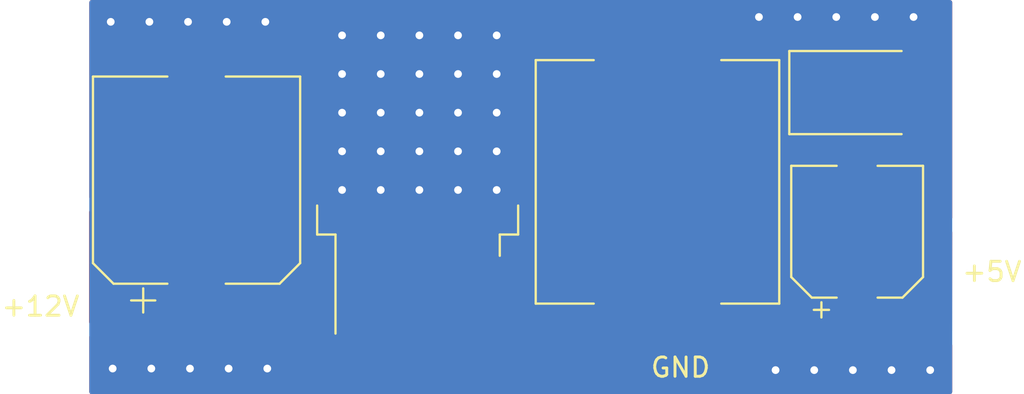
<source format=kicad_pcb>
(kicad_pcb (version 20221018) (generator pcbnew)
  (layers (0 "F.Cu" signal) (31 "B.Cu" signal) (34 "B.Paste" user) (35 "F.Paste" user) (36 "B.SilkS" user "B.Silkscreen") (37 "F.SilkS" user "F.Silkscreen") (38 "B.Mask" user) (39 "F.Mask" user) (44 "Edge.Cuts" user))
  (net 0 "")
  (net 1 "/Out_pwr_indutor")
  (net 2 "+5V")
  (net 3 "+12V")
  (net 4 "GND")
  (footprint "Capacitor_SMD:CP_Elec_10x10.5" (layer "F.Cu") (at 97.81 59.44 90)
    (property "Reference" "C7")
    (property "Value" "680uF")
    (fp_text reference "IN_buck_C1" hide)
    (fp_text value "680uF")
    (fp_line (start -6.85 -2.76) (end -5.6 -2.76) (stroke (width 0.12)) (layer "F.SilkS"))
    (fp_line (start -6.225 -3.385) (end -6.225 -2.135) (stroke (width 0.12)) (layer "F.SilkS"))
    (fp_line (start -5.36 -4.295563) (end -5.36 -1.51) (stroke (width 0.12)) (layer "F.SilkS"))
    (fp_line (start -5.36 -4.295563) (end -4.295563 -5.36) (stroke (width 0.12)) (layer "F.SilkS"))
    (fp_line (start -5.36 4.295563) (end -5.36 1.51) (stroke (width 0.12)) (layer "F.SilkS"))
    (fp_line (start -5.36 4.295563) (end -4.295563 5.36) (stroke (width 0.12)) (layer "F.SilkS"))
    (fp_line (start -4.295563 -5.36) (end 5.36 -5.36) (stroke (width 0.12)) (layer "F.SilkS"))
    (fp_line (start -4.295563 5.36) (end 5.36 5.36) (stroke (width 0.12)) (layer "F.SilkS"))
    (fp_line (start 5.36 -5.36) (end 5.36 -1.51) (stroke (width 0.12)) (layer "F.SilkS"))
    (fp_line (start 5.36 5.36) (end 5.36 1.51) (stroke (width 0.12)) (layer "F.SilkS"))
    (pad "1" smd roundrect (at -4.2 0 90) (size 4.4 2.5) (layers "F.Cu" "F.Paste" "F.Mask") (roundrect_rratio 0.1) (net 3 "+12V"))
    (pad "2" smd roundrect (at 4.2 0 90) (size 4.4 2.5) (layers "F.Cu" "F.Paste" "F.Mask") (roundrect_rratio 0.1) (net 4 "GND"))
  )
  (footprint "Package_TO_SOT_SMD:TO-263-5_TabPin3" (layer "F.Cu") (at 109.25 57.43 90)
    (fp_text reference "Buck_U1" hide)
    (fp_text value "LM2596S-5")
    (fp_line (start -4.825 -5.2) (end -4.825 -4.25) (stroke (width 0.12)) (layer "F.SilkS"))
    (fp_line (start -4.825 -4.25) (end -9.95 -4.25) (stroke (width 0.12)) (layer "F.SilkS"))
    (fp_line (start -4.825 4.25) (end -5.925 4.25) (stroke (width 0.12)) (layer "F.SilkS"))
    (fp_line (start -4.825 5.2) (end -4.825 4.25) (stroke (width 0.12)) (layer "F.SilkS"))
    (fp_line (start -3.325 -5.2) (end -4.825 -5.2) (stroke (width 0.12)) (layer "F.SilkS"))
    (fp_line (start -3.325 5.2) (end -4.825 5.2) (stroke (width 0.12)) (layer "F.SilkS"))
    (pad "1" smd roundrect (at -7.65 -3.4 90) (size 4.6 1.1) (layers "F.Cu" "F.Paste" "F.Mask") (roundrect_rratio 0.227273) (net 3 "+12V"))
    (pad "2" smd roundrect (at -7.65 -1.7 90) (size 4.6 1.1) (layers "F.Cu" "F.Paste" "F.Mask") (roundrect_rratio 0.227273) (net 1 "/Out_pwr_indutor"))
    (pad "3" smd roundrect (at -7.65 0 90) (size 4.6 1.1) (layers "F.Cu" "F.Paste" "F.Mask") (roundrect_rratio 0.227273) (net 4 "GND"))
    (pad "3" smd roundrect (at -0.925 -2.775 90) (size 4.55 5.25) (layers "F.Cu" "F.Paste") (roundrect_rratio 0.054945) (net 4 "GND"))
    (pad "3" smd roundrect (at -0.925 2.775 90) (size 4.55 5.25) (layers "F.Cu" "F.Paste") (roundrect_rratio 0.054945) (net 4 "GND"))
    (pad "3" smd roundrect (at 1.5 0 90) (size 9.4 10.8) (layers "F.Cu" "F.Mask") (roundrect_rratio 0.026596) (net 4 "GND"))
    (pad "3" smd roundrect (at 3.925 -2.775 90) (size 4.55 5.25) (layers "F.Cu" "F.Paste") (roundrect_rratio 0.054945) (net 4 "GND"))
    (pad "3" smd roundrect (at 3.925 2.775 90) (size 4.55 5.25) (layers "F.Cu" "F.Paste") (roundrect_rratio 0.054945) (net 4 "GND"))
    (pad "4" smd roundrect (at -7.65 1.7 90) (size 4.6 1.1) (layers "F.Cu" "F.Paste" "F.Mask") (roundrect_rratio 0.227273) (net 2 "+5V"))
    (pad "5" smd roundrect (at -7.65 3.4 90) (size 4.6 1.1) (layers "F.Cu" "F.Paste" "F.Mask") (roundrect_rratio 0.227273) (net 4 "GND"))
  )
  (footprint "Diode_SMD:D_SMB" (layer "F.Cu") (at 132.14 54.91)
    (property "Reference" "D1")
    (property "Value" "1N5824")
    (fp_text reference "Pwr_buck_D1" hide)
    (fp_text value "1N5824")
    (fp_line (start -3.66 -2.15) (end -3.66 2.15) (stroke (width 0.12)) (layer "F.SilkS"))
    (fp_line (start -3.66 -2.15) (end 2.15 -2.15) (stroke (width 0.12)) (layer "F.SilkS"))
    (fp_line (start -3.66 2.15) (end 2.15 2.15) (stroke (width 0.12)) (layer "F.SilkS"))
    (pad "1" smd roundrect (at -2.15 0) (size 2.5 2.3) (layers "F.Cu" "F.Paste" "F.Mask") (roundrect_rratio 0.1086956522) (net 1 "/Out_pwr_indutor"))
    (pad "2" smd roundrect (at 2.15 0) (size 2.5 2.3) (layers "F.Cu" "F.Paste" "F.Mask") (roundrect_rratio 0.1086956522) (net 4 "GND"))
  )
  (footprint "Inductor_SMD:L_12x12mm_H8mm" (layer "F.Cu") (at 121.66 59.53 -90)
    (fp_text reference "Buck_Pwr_L1" hide)
    (fp_text value "33uH")
    (fp_line (start -6.3 -6.3) (end 6.3 -6.3) (stroke (width 0.12)) (layer "F.SilkS"))
    (fp_line (start -6.3 -3.3) (end -6.3 -6.3) (stroke (width 0.12)) (layer "F.SilkS"))
    (fp_line (start -6.3 6.3) (end -6.3 3.3) (stroke (width 0.12)) (layer "F.SilkS"))
    (fp_line (start 6.3 -6.3) (end 6.3 -3.3) (stroke (width 0.12)) (layer "F.SilkS"))
    (fp_line (start 6.3 3.3) (end 6.3 6.3) (stroke (width 0.12)) (layer "F.SilkS"))
    (fp_line (start 6.3 6.3) (end -6.3 6.3) (stroke (width 0.12)) (layer "F.SilkS"))
    (pad "1" smd rect (at -4.95 0 270) (size 2.9 5.4) (layers "F.Cu" "F.Paste" "F.Mask") (net 1 "/Out_pwr_indutor"))
    (pad "2" smd rect (at 4.95 0 270) (size 2.9 5.4) (layers "F.Cu" "F.Paste" "F.Mask") (net 2 "+5V"))
  )
  (footprint "Capacitor_SMD:CP_Elec_6.3x5.4" (layer "F.Cu") (at 131.99 62.11 90)
    (property "Reference" "C8")
    (property "Value" "220uF")
    (fp_text reference "OUT_buck_C2" hide)
    (fp_text value "220uF")
    (fp_line (start -4.4375 -1.8475) (end -3.65 -1.8475) (stroke (width 0.12)) (layer "F.SilkS"))
    (fp_line (start -4.04375 -2.24125) (end -4.04375 -1.45375) (stroke (width 0.12)) (layer "F.SilkS"))
    (fp_line (start -3.41 -2.345563) (end -3.41 -1.06) (stroke (width 0.12)) (layer "F.SilkS"))
    (fp_line (start -3.41 -2.345563) (end -2.345563 -3.41) (stroke (width 0.12)) (layer "F.SilkS"))
    (fp_line (start -3.41 2.345563) (end -3.41 1.06) (stroke (width 0.12)) (layer "F.SilkS"))
    (fp_line (start -3.41 2.345563) (end -2.345563 3.41) (stroke (width 0.12)) (layer "F.SilkS"))
    (fp_line (start -2.345563 -3.41) (end 3.41 -3.41) (stroke (width 0.12)) (layer "F.SilkS"))
    (fp_line (start -2.345563 3.41) (end 3.41 3.41) (stroke (width 0.12)) (layer "F.SilkS"))
    (fp_line (start 3.41 -3.41) (end 3.41 -1.06) (stroke (width 0.12)) (layer "F.SilkS"))
    (fp_line (start 3.41 3.41) (end 3.41 1.06) (stroke (width 0.12)) (layer "F.SilkS"))
    (pad "1" smd roundrect (at -2.8 0 90) (size 3.5 1.6) (layers "F.Cu" "F.Paste" "F.Mask") (roundrect_rratio 0.15625) (net 2 "+5V"))
    (pad "2" smd roundrect (at 2.8 0 90) (size 3.5 1.6) (layers "F.Cu" "F.Paste" "F.Mask") (roundrect_rratio 0.15625) (net 4 "GND"))
  )
  (gr_text "GND" (at 121.23 69.72) (layer "F.SilkS") (effects (font (size 1 1)) (justify left bottom)))
  (gr_text "+12V" (at 87.64 66.56) (layer "F.SilkS") (effects (font (size 1 1)) (justify left bottom)))
  (gr_text "+5V" (at 137.34 64.77) (layer "F.SilkS") (effects (font (size 1 1)) (justify left bottom)))
  (segment (start 115.98 55.44) (end 116.99 54.43) (width 1) (layer "F.Cu") (net 1))
  (segment (start 121.66 54.58) (end 129.66 54.58) (width 1) (layer "F.Cu") (net 1))
  (segment (start 107.55 62.33) (end 108.11 61.77) (width 1) (layer "F.Cu") (net 1))
  (segment (start 129.66 54.58) (end 129.99 54.91) (width 1) (layer "F.Cu") (net 1))
  (segment (start 107.55 65.08) (end 107.55 62.33) (width 1) (layer "F.Cu") (net 1))
  (segment (start 108.11 61.77) (end 115.98 61.77) (width 1) (layer "F.Cu") (net 1))
  (segment (start 117.09 54.42) (end 121.61 54.42) (width 1) (layer "F.Cu") (net 1))
  (segment (start 115.98 61.77) (end 115.98 55.44) (width 1) (layer "F.Cu") (net 1))
  (segment (start 119.5 66.88) (end 119.5 66.64) (width 1) (layer "F.Cu") (net 2))
  (segment (start 131.58 64.48) (end 132.02 64.92) (width 1) (layer "F.Cu") (net 2))
  (segment (start 111.6 68.52) (end 117.86 68.52) (width 1) (layer "F.Cu") (net 2))
  (segment (start 117.86 68.52) (end 119.5 66.88) (width 1) (layer "F.Cu") (net 2))
  (segment (start 110.95 65.08) (end 110.95 67.87) (width 1) (layer "F.Cu") (net 2))
  (segment (start 119.5 66.64) (end 121.66 64.48) (width 1) (layer "F.Cu") (net 2))
  (segment (start 121.66 64.48) (end 131.58 64.48) (width 1) (layer "F.Cu") (net 2))
  (segment (start 110.95 67.87) (end 111.6 68.52) (width 1) (layer "F.Cu") (net 2))
  (segment (start 105.85 65.08) (end 99.29 65.08) (width 1) (layer "F.Cu") (net 3))
  (segment (start 99.29 65.08) (end 97.82 63.61) (width 1) (layer "F.Cu") (net 3))
  (segment (start 105.77 55.21) (end 105.77 54.21) (width 1) (layer "F.Cu") (net 4))
  (segment (start 104.77 55.21) (end 104.77 55.21) (width 1) (layer "F.Cu") (net 4))
  (segment (start 105.77 54.21) (end 106.475 53.505) (width 1) (layer "F.Cu") (net 4))
  (segment (start 104.77 55.21) (end 105.77 55.21) (width 1) (layer "F.Cu") (net 4))
  (segment (start 97.82 55.21) (end 104.77 55.21) (width 1) (layer "F.Cu") (net 4))
  (via (at 109.34 59.95) (size 0.8) (drill 0.4) (layers "F.Cu" "B.Cu") (net 4))
  (via (at 113.34 57.95) (size 0.8) (drill 0.4) (layers "F.Cu" "B.Cu") (net 4))
  (via (at 105.34 57.95) (size 0.8) (drill 0.4) (layers "F.Cu" "B.Cu") (net 4))
  (via (at 133.77 69.27) (size 0.8) (drill 0.4) (layers "F.Cu" "B.Cu") (net 4))
  (via (at 127.77 69.27) (size 0.8) (drill 0.4) (layers "F.Cu" "B.Cu") (net 4))
  (via (at 111.34 55.95) (size 0.8) (drill 0.4) (layers "F.Cu" "B.Cu") (net 4))
  (via (at 105.34 55.95) (size 0.8) (drill 0.4) (layers "F.Cu" "B.Cu") (net 4))
  (via (at 99.47 69.19) (size 0.8) (drill 0.4) (layers "F.Cu" "B.Cu") (net 4))
  (via (at 111.34 51.95) (size 0.8) (drill 0.4) (layers "F.Cu" "B.Cu") (net 4))
  (via (at 107.34 51.95) (size 0.8) (drill 0.4) (layers "F.Cu" "B.Cu") (net 4))
  (via (at 111.34 53.95) (size 0.8) (drill 0.4) (layers "F.Cu" "B.Cu") (net 4))
  (via (at 135.77 69.27) (size 0.8) (drill 0.4) (layers "F.Cu" "B.Cu") (net 4))
  (via (at 101.47 69.19) (size 0.8) (drill 0.4) (layers "F.Cu" "B.Cu") (net 4))
  (via (at 111.34 57.95) (size 0.8) (drill 0.4) (layers "F.Cu" "B.Cu") (net 4))
  (via (at 107.34 57.95) (size 0.8) (drill 0.4) (layers "F.Cu" "B.Cu") (net 4))
  (via (at 131.77 69.27) (size 0.8) (drill 0.4) (layers "F.Cu" "B.Cu") (net 4))
  (via (at 134.91 51) (size 0.8) (drill 0.4) (layers "F.Cu" "B.Cu") (net 4))
  (via (at 99.37 51.25) (size 0.8) (drill 0.4) (layers "F.Cu" "B.Cu") (net 4))
  (via (at 107.34 59.95) (size 0.8) (drill 0.4) (layers "F.Cu" "B.Cu") (net 4))
  (via (at 129.77 69.27) (size 0.8) (drill 0.4) (layers "F.Cu" "B.Cu") (net 4))
  (via (at 93.37 51.25) (size 0.8) (drill 0.4) (layers "F.Cu" "B.Cu") (net 4))
  (via (at 107.34 53.95) (size 0.8) (drill 0.4) (layers "F.Cu" "B.Cu") (net 4))
  (via (at 109.34 51.95) (size 0.8) (drill 0.4) (layers "F.Cu" "B.Cu") (net 4))
  (via (at 130.91 51) (size 0.8) (drill 0.4) (layers "F.Cu" "B.Cu") (net 4))
  (via (at 113.34 59.95) (size 0.8) (drill 0.4) (layers "F.Cu" "B.Cu") (net 4))
  (via (at 95.47 69.19) (size 0.8) (drill 0.4) (layers "F.Cu" "B.Cu") (net 4))
  (via (at 105.34 59.95) (size 0.8) (drill 0.4) (layers "F.Cu" "B.Cu") (net 4))
  (via (at 93.47 69.19) (size 0.8) (drill 0.4) (layers "F.Cu" "B.Cu") (net 4))
  (via (at 109.34 55.95) (size 0.8) (drill 0.4) (layers "F.Cu" "B.Cu") (net 4))
  (via (at 113.34 51.95) (size 0.8) (drill 0.4) (layers "F.Cu" "B.Cu") (net 4))
  (via (at 109.34 57.95) (size 0.8) (drill 0.4) (layers "F.Cu" "B.Cu") (net 4))
  (via (at 113.34 55.95) (size 0.8) (drill 0.4) (layers "F.Cu" "B.Cu") (net 4))
  (via (at 109.34 53.95) (size 0.8) (drill 0.4) (layers "F.Cu" "B.Cu") (net 4))
  (via (at 101.37 51.25) (size 0.8) (drill 0.4) (layers "F.Cu" "B.Cu") (net 4))
  (via (at 95.37 51.25) (size 0.8) (drill 0.4) (layers "F.Cu" "B.Cu") (net 4))
  (via (at 126.91 51) (size 0.8) (drill 0.4) (layers "F.Cu" "B.Cu") (net 4))
  (via (at 113.34 53.95) (size 0.8) (drill 0.4) (layers "F.Cu" "B.Cu") (net 4))
  (via (at 97.37 51.25) (size 0.8) (drill 0.4) (layers "F.Cu" "B.Cu") (net 4))
  (via (at 97.47 69.19) (size 0.8) (drill 0.4) (layers "F.Cu" "B.Cu") (net 4))
  (via (at 111.34 59.95) (size 0.8) (drill 0.4) (layers "F.Cu" "B.Cu") (net 4))
  (via (at 128.91 51) (size 0.8) (drill 0.4) (layers "F.Cu" "B.Cu") (net 4))
  (via (at 105.34 51.95) (size 0.8) (drill 0.4) (layers "F.Cu" "B.Cu") (net 4))
  (via (at 132.91 51) (size 0.8) (drill 0.4) (layers "F.Cu" "B.Cu") (net 4))
  (via (at 105.34 53.95) (size 0.8) (drill 0.4) (layers "F.Cu" "B.Cu") (net 4))
  (via (at 107.34 55.95) (size 0.8) (drill 0.4) (layers "F.Cu" "B.Cu") (net 4))
  (zone (net 2) (net_name "+5V") (layer "F.Cu") (priority 1) (connect_pads (clearance 0.5)) (min_thickness 0.25) (fill yes (thermal_gap 0.5) (thermal_bridge_width 0.5))
    (polygon (pts (xy 118.01 62.03) (xy 136.91 62.02) (xy 136.9 67.36) (xy 118 67.37)))
  )
  (zone (net 1) (net_name "/Out_pwr_indutor") (layer "F.Cu") (priority 1) (connect_pads (clearance 0.5)) (min_thickness 0.25) (fill yes (thermal_gap 0.5) (thermal_bridge_width 0.5))
    (polygon (pts (xy 117.96 52.28) (xy 132.15 52.27) (xy 132.15 56.81) (xy 117.96 56.82)))
  )
  (zone (net 3) (net_name "+12V") (layer "F.Cu") (priority 1) (connect_pads (clearance 0.5)) (min_thickness 0.25) (fill yes (thermal_gap 0.5) (thermal_bridge_width 0.5))
    (polygon (pts (xy 92.25 60.96) (xy 100.29 60.96) (xy 100.29 66.91) (xy 92.25 66.91)))
  )
  (zone (net 4) (net_name "GND") (layers "F&B.Cu") (connect_pads (clearance 0.5)) (min_thickness 0.25) (fill yes (thermal_gap 0.5) (thermal_bridge_width 0.5))
    (polygon (pts (xy 92.26 50.12) (xy 136.91 50.12) (xy 136.91 70.52) (xy 92.26 70.52)))
  )
)
</source>
